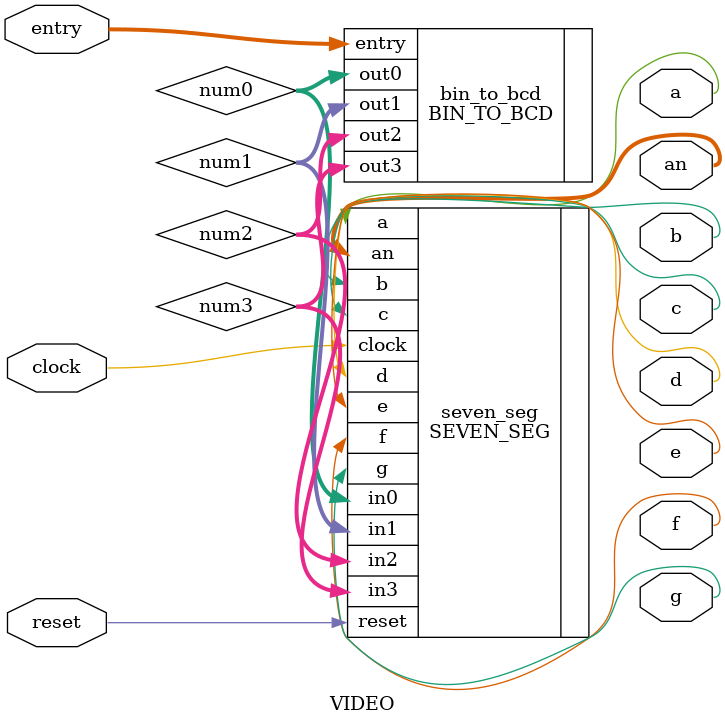
<source format=v>
`timescale 1ns / 1ps
module VIDEO(
   input [10:0] entry,
	input clock,
	input reset,
	output a,
	output b,
	output c,
	output d,
	output e,
	output f,
	output g,
	output [3:0] an
);

wire [4:0] num0;
wire [4:0] num1;
wire [4:0] num2;
wire [4:0] num3;

BIN_TO_BCD bin_to_bcd (
    .entry(entry), 
    .out0(num0), 
    .out1(num1), 
    .out2(num2), 
    .out3(num3)
 );
 
SEVEN_SEG seven_seg (
    .clock(clock), 
    .reset(reset), 
    .in0(num0), 
    .in1(num1), 
    .in2(num2), 
    .in3(num3), 
    .a(a), 
    .b(b), 
    .c(c), 
    .d(d), 
    .e(e), 
    .f(f), 
    .g(g), 
    .an(an)
    );


endmodule

</source>
